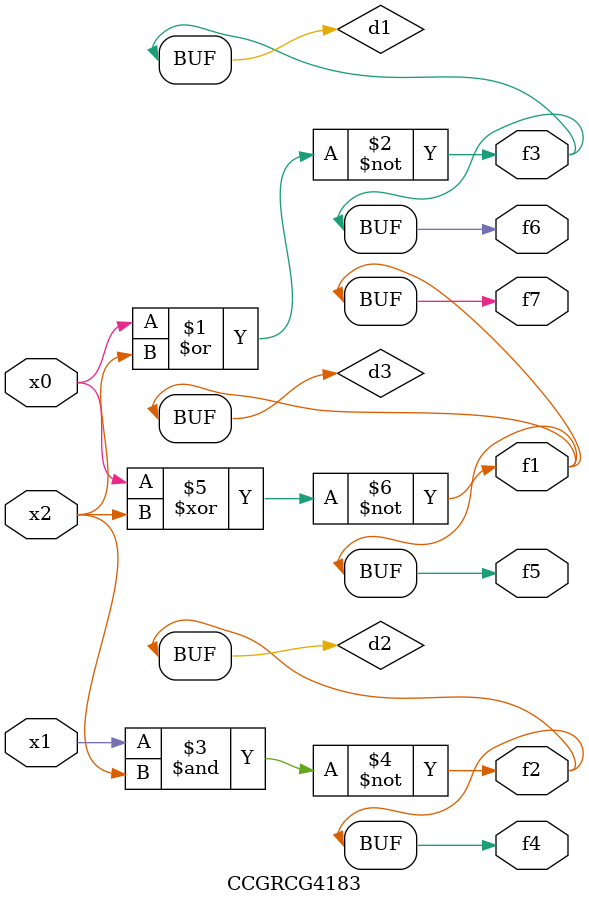
<source format=v>
module CCGRCG4183(
	input x0, x1, x2,
	output f1, f2, f3, f4, f5, f6, f7
);

	wire d1, d2, d3;

	nor (d1, x0, x2);
	nand (d2, x1, x2);
	xnor (d3, x0, x2);
	assign f1 = d3;
	assign f2 = d2;
	assign f3 = d1;
	assign f4 = d2;
	assign f5 = d3;
	assign f6 = d1;
	assign f7 = d3;
endmodule

</source>
